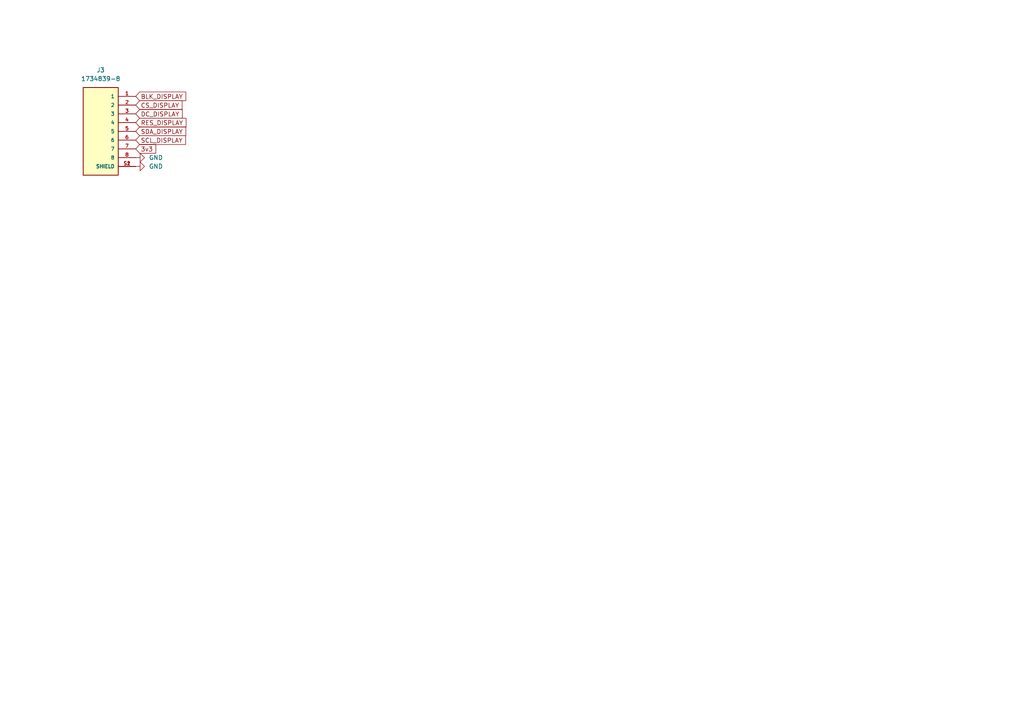
<source format=kicad_sch>
(kicad_sch (version 20231120) (generator "eeschema") (generator_version "8.0")
  (paper "A4")
  (lib_symbols
    (symbol "1734839_8:1734839-8" (pin_names (offset 1.016))
      (property "Reference" "J" (at -5.0834 13.2168 0))
      (property "Value" "1734839-8" (at -5.0897 -15.269 0))
      (symbol "1734839-8_0_0"
        (rectangle (start -5.08 -12.7) (end 5.08 12.7) (stroke (width 0.254)) (fill (type background)))
        (pin passive line (at 10.16 10.16 180) (length 5.08) (name "1") (number "1"))
        (pin passive line (at 10.16 7.62 180) (length 5.08) (name "2") (number "2"))
        (pin passive line (at 10.16 5.08 180) (length 5.08) (name "3") (number "3"))
        (pin passive line (at 10.16 2.54 180) (length 5.08) (name "4") (number "4"))
        (pin passive line (at 10.16 0 180) (length 5.08) (name "5") (number "5"))
        (pin passive line (at 10.16 -2.54 180) (length 5.08) (name "6") (number "6"))
        (pin passive line (at 10.16 -5.08 180) (length 5.08) (name "7") (number "7"))
        (pin passive line (at 10.16 -7.62 180) (length 5.08) (name "8") (number "8"))
        (pin passive line (at 10.16 -10.16 180) (length 5.08) (name "SHIELD") (number "S1"))
        (pin passive line (at 10.16 -10.16 180) (length 5.08) (name "SHIELD") (number "S2"))
      )
    )
    (symbol "power:GND" (power) (pin_numbers hide) (pin_names (offset 0) hide)
      (property "Value" "GND" (at 0 -3.81 0))
      (symbol "GND_0_1"
        (polyline (pts (xy 0 0) (xy 0 -1.27) (xy 1.27 -1.27) (xy 0 -2.54) (xy -1.27 -1.27) (xy 0 -1.27)))
      )
      (symbol "GND_1_1"
        (pin power_in line (at 0 0 270) (length 0) (name "~") (number "1"))
      )
    )
  )
  (global_label "RES_DISPLAY" (shape input) (at 39.37 35.56 0) (property "Intersheetrefs" "${INTERSHEET_REFS}" (effects (hide yes))))
  (global_label "CS_DISPLAY" (shape input) (at 39.37 30.48 0) (property "Intersheetrefs" "${INTERSHEET_REFS}" (effects (hide yes))))
  (global_label "BLK_DISPLAY" (shape input) (at 39.37 27.94 0) (property "Intersheetrefs" "${INTERSHEET_REFS}" (effects (hide yes))))
  (global_label "SDA_DISPLAY" (shape input) (at 39.37 38.1 0) (property "Intersheetrefs" "${INTERSHEET_REFS}" (effects (hide yes))))
  (global_label "DC_DISPLAY" (shape input) (at 39.37 33.02 0) (property "Intersheetrefs" "${INTERSHEET_REFS}" (effects (hide yes))))
  (global_label "SCL_DISPLAY" (shape input) (at 39.37 40.64 0) (property "Intersheetrefs" "${INTERSHEET_REFS}" (effects (hide yes))))
  (global_label "3v3" (shape input) (at 39.37 43.18 0) (property "Intersheetrefs" "${INTERSHEET_REFS}" (effects (hide yes))))
  (symbol (lib_id "1734839_8:1734839-8") (at 29.21 38.1 0) (unit 1)
    (property "Reference" "J3" (at 29.21 20.32 0))
    (property "Value" "1734839-8" (at 29.21 22.86 0))
    (property "Footprint" "1734839_8:TE_1734839-8" (effects (hide yes)))
    (property "Comment" "1734839-8" (effects (hide yes)))
    (property "MF" "TE Connectivity" (effects (hide yes)))
    (property "Description_1" "\n                        \n                            FPC Series 0.5mm Pitch 8 Way Right Angle Female FPC Connector, ZIF Top Contact | TE Connectivity 1734839-8\n                        \n" (effects (hide yes)))
    (property "Package" "None" (effects (hide yes)))
    (property "POSITIONS" "28" (effects (hide yes)))
    (property "Price" "None" (effects (hide yes)))
    (property "Check_prices" "https://www.snapeda.com/parts/1734839-8/TE+Connectivity+AMP+Connectors/view-part/?ref=eda" (effects (hide yes)))
    (property "STANDARD" "Manufacturer Recommendation" (effects (hide yes)))
    (property "CURRENT" "0.5A" (effects (hide yes)))
    (property "PARTREV" "C" (effects (hide yes)))
    (property "MP" "1734839-8" (effects (hide yes)))
    (property "SnapEDA_Link" "https://www.snapeda.com/parts/1734839-8/TE+Connectivity+AMP+Connectors/view-part/?ref=snap" (effects (hide yes)))
    (property "VOLTAGE" "250V" (effects (hide yes)))
    (property "PITCH" "0.50mm" (effects (hide yes)))
    (property "Availability" "In Stock" (effects (hide yes)))
    (property "MANUFACTURER" "TE Connectivity AMP Connectors" (effects (hide yes)))
  )
  (symbol (lib_id "power:GND") (at 39.37 48.26 90) (unit 1)
    (property "Reference" "#PWR02" (effects (hide yes)))
    (property "Value" "GND" (at 43.18 48.2599 90) (effects (justify right)))
    (property "Description" "Power symbol creates a global label with name \"GND\" , ground" (effects (hide yes)))
  )
  (symbol (lib_id "power:GND") (at 39.37 45.72 90) (unit 1)
    (property "Reference" "#PWR01" (effects (hide yes)))
    (property "Value" "GND" (at 43.18 45.7199 90) (effects (justify right)))
    (property "Description" "Power symbol creates a global label with name \"GND\" , ground" (effects (hide yes)))
  )
)
</source>
